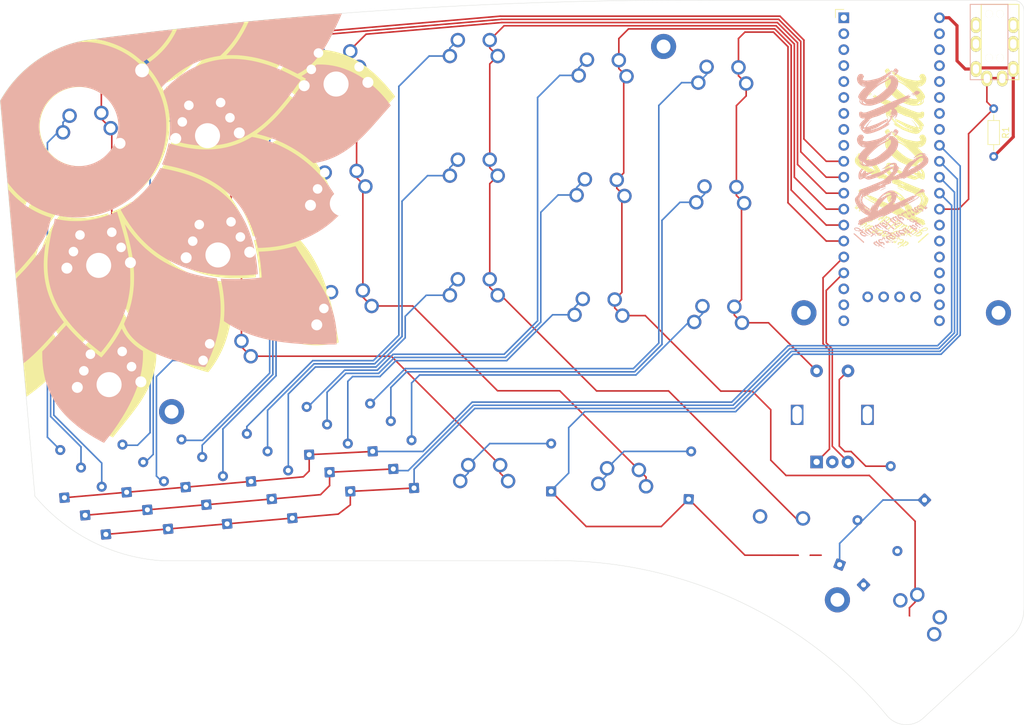
<source format=kicad_pcb>
(kicad_pcb (version 20220427) (generator pcbnew)
  (layers (0 "F.Cu" signal) (31 "B.Cu" signal) (34 "B.Paste" user) (35 "F.Paste" user) (36 "B.SilkS" user "B.Silkscreen") (37 "F.SilkS" user "F.Silkscreen") (38 "B.Mask" user) (39 "F.Mask" user) (44 "Edge.Cuts" user))
  (net 0 "")
  (net 1 "row0")
  (net 2 "Net-(D1-A)")
  (net 3 "row1")
  (net 4 "Net-(D2-A)")
  (net 5 "row2")
  (net 6 "Net-(D3-A)")
  (net 7 "row3")
  (net 8 "Net-(D4-A)")
  (net 9 "Net-(D5-A)")
  (net 10 "Net-(D6-A)")
  (net 11 "Net-(D7-A)")
  (net 12 "Net-(D8-A)")
  (net 13 "Net-(D9-A)")
  (net 14 "Net-(D10-A)")
  (net 15 "Net-(D11-A)")
  (net 16 "Net-(D12-A)")
  (net 17 "Net-(D13-A)")
  (net 18 "Net-(D14-A)")
  (net 19 "Net-(D15-A)")
  (net 20 "Net-(D16-A)")
  (net 21 "Net-(D17-A)")
  (net 22 "Net-(D18-A)")
  (net 23 "Net-(D19-A)")
  (net 24 "Net-(D20-A)")
  (net 25 "Net-(D21-A)")
  (net 26 "Net-(D22-A)")
  (net 27 "col0")
  (net 28 "col1")
  (net 29 "col2")
  (net 30 "col3")
  (net 31 "col4")
  (net 32 "col5")
  (net 33 "GND")
  (net 34 "DATA")
  (net 35 "+5V")
  (net 36 "Net-(D23-A)")
  (net 61 "ROTA")
  (net 62 "ROTB")
  (footprint "marbastlib-mx:SW_MX_Reversible_1u_PadsOnBothLayers" (layer "F.Cu") (at 87.1474 108.585 5)
    (fp_text reference "SW6" hide)
    (fp_text value "SW_Push" hide)
  )
  (footprint "marbastlib-mx:SW_MX_Reversible_1u_PadsOnBothLayers" (layer "F.Cu") (at 104.299 62.373 3)
    (fp_text reference "SW8" hide)
    (fp_text value "SW_Push" hide)
  )
  (footprint "acheron_Components:D_THT_7.62mm_copy" (layer "F.Cu") (at 90.424 121.8692 95)
    (fp_text reference "D12")
    (fp_text value "D_Small")
  )
  (footprint "acheron_Components:D_THT_7.62mm_copy" (layer "F.Cu") (at 70.612 123.5964 95)
    (fp_text reference "D4")
    (fp_text value "D_Small")
  )
  (footprint "acheron_Components:D_THT_7.62mm_copy" (layer "F.Cu") (at 97.0026 127.7112 95)
    (fp_text reference "D14")
    (fp_text value "D_Small")
  )
  (footprint "acheron_Components:D_THT_7.62mm_copy" (layer "F.Cu") (at 77.216 129.4384 95)
    (fp_text reference "D6")
    (fp_text value "D_Small")
  )
  (footprint "used_footprints:M2_HOLE_PCB" (layer "F.Cu") (at 78.105 114.554)
    (fp_text reference "H3" hide)
    (fp_text value "Hole")
  )
  (footprint "marbastlib-mx:SW_MX_Reversible_1u_PadsOnBothLayers" (layer "F.Cu") (at 64.83 72.263 5)
    (fp_text reference "SW1" hide)
    (fp_text value "SW_Push" hide)
  )
  (footprint "used_footprints:M2_HOLE_PCB" (layer "F.Cu") (at 184.15 144.526)
    (fp_text reference "H5" hide)
    (fp_text value "Hole")
  )
  (footprint "logo:designRed" (layer "F.Cu") (at 192.285363 85.2 155.5)
    (fp_text reference "G***" hide)
    (fp_text value "LOGO" hide)
  )
  (footprint "used_footprints:M2_HOLE_PCB" (layer "F.Cu") (at 156.464 56.388)
    (fp_text reference "H2" hide)
    (fp_text value "Hole")
  )
  (footprint "acheron_Components:D_THT_7.62mm_copy" (layer "F.Cu") (at 195.326 125.9332 135)
    (fp_text reference "D23")
    (fp_text value "D_Small")
  )
  (footprint "acheron_Components:D_THT_7.62mm_copy" (layer "F.Cu") (at 80.01 122.7836 95)
    (fp_text reference "D8")
    (fp_text value "D_Small")
  )
  (footprint "acheron_Components:D_THT_7.62mm_copy" (layer "F.Cu") (at 185.928 135.382 68)
    (fp_text reference "D15")
    (fp_text value "D_Small")
  )
  (footprint "marbastlib-mx:SW_MX_Reversible_1u_PadsOnBothLayers" (layer "F.Cu") (at 126.238 98.552)
    (fp_text reference "SW14" hide)
    (fp_text value "SW_Push" hide)
  )
  (footprint "acheron_Components:D_THT_7.62mm_copy" (layer "F.Cu") (at 109.9274 117.0686 93)
    (fp_text reference "D20")
    (fp_text value "D_Small")
  )
  (footprint "acheron_Components:D_THT_7.62mm_copy" (layer "F.Cu") (at 93.726 124.6632 95)
    (fp_text reference "D13")
    (fp_text value "D_Small")
  )
  (footprint "marbastlib-mx:SW_MX_1.25u" (layer "F.Cu") (at 174.244 135.128 -24.5)
    (fp_text reference "SW15" hide)
    (fp_text value "SW_Push" hide)
  )
  (footprint "gerbers:khada" (layer "F.Cu") (at 192.786 72.39 90)
    (fp_text reference "G***" hide)
    (fp_text value "LOGO" hide)
  )
  (footprint "used_footprints:M2_HOLE_PCB" (layer "F.Cu") (at 209.804 98.806)
    (fp_text reference "H5" hide)
    (fp_text value "Hole")
  )
  (footprint "acheron_Components:D_THT_7.62mm_copy" (layer "F.Cu") (at 116.52 122.91 93)
    (fp_text reference "D22")
    (fp_text value "D_Small")
  )
  (footprint "marbastlib-mx:SW_MX_Reversible_1u_PadsOnBothLayers" (layer "F.Cu") (at 105.299 81.415 3)
    (fp_text reference "SW9" hide)
    (fp_text value "SW_Push" hide)
  )
  (footprint "acheron_Components:D_THT_7.62mm_copy" (layer "F.Cu") (at 138.557 123.444 90)
    (fp_text reference "D7")
    (fp_text value "D_Small")
  )
  (footprint "marbastlib-mx:SW_MX_Reversible_1u_PadsOnBothLayers" (layer "F.Cu") (at 146.05 101.727 -1)
    (fp_text reference "SW18" hide)
    (fp_text value "SW_Push" hide)
  )
  (footprint "marbastlib-mx:SW_MX_Reversible_1u_PadsOnBothLayers" (layer "F.Cu") (at 85.4874 89.593 5)
    (fp_text reference "SW5" hide)
    (fp_text value "SW_Push" hide)
  )
  (footprint "marbastlib-mx:SW_MX_Reversible_1u_PadsOnBothLayers" (layer "F.Cu") (at 149.733 128.778 -3)
    (fp_text reference "SW11" hide)
    (fp_text value "SW_Push" hide)
  )
  (footprint "marbastlib-mx:SW_MX_Reversible_1u_PadsOnBothLayers" (layer "F.Cu") (at 165.105 102.87 -1)
    (fp_text reference "SW22" hide)
    (fp_text value "SW_Push" hide)
  )
  (footprint "acheron_Components:D_THT_7.62mm_copy" (layer "F.Cu") (at 64.008 127.254 95)
    (fp_text reference "D2")
    (fp_text value "D_Small")
  )
  (footprint "marbastlib-mx:SW_MX_Reversible_1u_PadsOnBothLayers" (layer "F.Cu") (at 126.238 60.452)
    (fp_text reference "SW12" hide)
    (fp_text value "SW_Push" hide)
  )
  (footprint "Resistor_THT:R_Axial_DIN0204_L3.6mm_D1.6mm_P7.62mm_Horizontal" (layer "F.Cu") (at 209.042 66.294 -90)
    (fp_text reference "R1")
    (fp_text value "10k")
  )
  (footprint "marbastlib-mx:SW_MX_Reversible_1u_PadsOnBothLayers" (layer "F.Cu") (at 126.238 79.502)
    (fp_text reference "SW13" hide)
    (fp_text value "SW_Push" hide)
  )
  (footprint "marbastlib-mx:SW_MX_Reversible_1u_PadsOnBothLayers" (layer "F.Cu") (at 165.765 64.756 -1)
    (fp_text reference "SW20" hide)
    (fp_text value "SW_Push" hide)
  )
  (footprint "acheron_Components:D_THT_7.62mm_copy" (layer "F.Cu") (at 83.312 125.5776 95)
    (fp_text reference "D9")
    (fp_text value "D_Small")
  )
  (footprint "marbastlib-mx:SW_MX_Reversible_1u_PadsOnBothLayers" (layer "F.Cu") (at 106.299712 100.457 3)
    (fp_text reference "SW10" hide)
    (fp_text value "SW_Push" hide)
  )
  (footprint "acheron_Components:D_THT_7.62mm_copy" (layer "F.Cu") (at 160.655 124.686923 87)
    (fp_text reference "D11")
    (fp_text value "D_Small")
  )
  (footprint "acheron_Components:D_THT_7.62mm_copy" (layer "F.Cu") (at 73.914 126.3904 95)
    (fp_text reference "D5")
    (fp_text value "D_Small")
  )
  (footprint "acheron_Components:D_THT_7.62mm_copy" (layer "F.Cu") (at 60.706 124.46 95)
    (fp_text reference "D1")
    (fp_text value "D_Small")
  )
  (footprint "marbastlib-mx:SW_MX_Reversible_1u_PadsOnBothLayers" (layer "F.Cu") (at 66.49 91.255 5)
    (fp_text reference "SW2" hide)
    (fp_text value "SW_Push" hide)
  )
  (footprint "acheron_Components:D_THT_7.62mm_copy" (layer "F.Cu") (at 103.0694 120.396 93)
    (fp_text reference "D17")
    (fp_text value "D_Small")
  )
  (footprint "acheron_Components:D_THT_7.62mm_copy" (layer "F.Cu") (at 67.31 130.302 95)
    (fp_text reference "D3")
    (fp_text value "D_Small")
  )
  (footprint "acheron_Components:D_THT_7.62mm_copy" (layer "F.Cu") (at 99.822 117.596779 93)
    (fp_text reference "D16")
    (fp_text value "D_Small")
  )
  (footprint "used_footprints:M2_HOLE_PCB" (layer "F.Cu") (at 178.816 98.806)
    (fp_text reference "H5" hide)
    (fp_text value "Hole")
  )
  (footprint "logo:lotusFront" (layer "F.Cu") (at 82.2706 85.09)
    (fp_text reference "G***" hide)
    (fp_text value "LOGO" hide)
  )
  (footprint "blackpills:YAAJ_WeAct_BlackPill_SWD_2" (layer "F.Cu") (at 185.166 51.816)
    (fp_text reference "U1" hide)
    (fp_text value "YAAJ_WeAct_BlackPill_Part_Like_SWD_Breakout" hide)
  )
  (footprint "marbastlib-mx:SW_MX_Reversible_1u_PadsOnBothLayers" (layer "F.Cu") (at 127.889 128.143)
    (fp_text reference "SW7" hide)
    (fp_text value "SW_Push" hide)
  )
  (footprint "marbastlib-mx:SW_MX_Reversible_1u_PadsOnBothLayers" (layer "F.Cu") (at 195.072 149.098 -45)
    (fp_text reference "SW19" hide)
    (fp_text value "SW_Push" hide)
  )
  (footprint "marbastlib-mx:SW_MX_Reversible_1u_PadsOnBothLayers" (layer "F.Cu") (at 146.3802 82.67 -1)
    (fp_text reference "SW17" hide)
    (fp_text value "SW_Push" hide)
  )
  (footprint "acheron_Components:D_THT_7.62mm_copy" (layer "F.Cu") (at 86.614 128.6256 95)
    (fp_text reference "D10")
    (fp_text value "D_Small")
  )
  (footprint "used_footprints:M2_HOLE_PCB" (layer "F.Cu") (at 73.406 60.198)
    (fp_text reference "H1" hide)
    (fp_text value "Hole")
  )
  (footprint "marbastlib-mx:SW_MX_Reversible_1u_PadsOnBothLayers" (layer "F.Cu") (at 165.435 83.813 -1)
    (fp_text reference "SW21" hide)
    (fp_text value "SW_Push" hide)
  )
  (footprint "marbastlib-mx:SW_MX_Reversible_1u_PadsOnBothLayers" (layer "F.Cu") (at 146.7102 63.613 -1)
    (fp_text reference "SW16" hide)
    (fp_text value "SW_Push" hide)
  )
  (footprint "acheron_Components:D_THT_7.62mm_copy" (layer "F.Cu") (at 191.008 139.446 45)
    (fp_text reference "D19")
    (fp_text value "D_Small")
  )
  (footprint "marbastlib-mx:SW_MX_Reversible_1u_PadsOnBothLayers" (layer "F.Cu") (at 83.8274 70.601 5)
    (fp_text reference "SW4" hide)
    (fp_text value "SW_Push" hide)
  )
  (footprint "acheron_Components:D_THT_7.62mm_copy" (layer "F.Cu") (at 113.22 119.87 93)
    (fp_text reference "D21")
    (fp_text value "D_Small")
  )
  (footprint "marbastlib-mx:SW_MX_Reversible_1u_PadsOnBothLayers" (layer "F.Cu") (at 68.15 110.247 5)
    (fp_text reference "SW3" hide)
    (fp_text value "SW_Push" hide)
  )
  (footprint "kbd:MJ-4PP-9" (layer "F.Cu") (at 210.058 49.6824)
    (fp_text reference "J1")
    (fp_text value "MJ-4PP-9" hide)
  )
  (footprint "acheron_Components:D_THT_7.62mm_copy" (layer "F.Cu") (at 106.3714 123.444 93)
    (fp_text reference "D18")
    (fp_text value "D_Small")
  )
  (footprint "keebio:RotaryEncoder_Alps_EC11E-Switch_Vertical_H20mm" (layer "F.Cu") (at 183.3372 115.062 90)
    (fp_text reference "SW23" hide)
    (fp_text value "RotaryEncoder_Switch")
  )
  (footprint "logo:lotusBack" (layer "B.Cu") (at 81.93 85.31 180)
    (fp_text reference "G***" hide)
    (fp_text value "LOGO" hide)
  )
  (footprint "logo:designRed" (layer "B.Cu") (at 193.106 85.2 24.5)
    (fp_text reference "G***" hide)
    (fp_text value "LOGO" hide)
  )
  (footprint "gerbers:khada" (layer "B.Cu") (at 192.786 72.39 90)
    (fp_text reference "G***" hide)
    (fp_text value "LOGO" hide)
  )
  (gr_line (start 213.868 50.670148) (end 213.868 145.796) (stroke (width 0.05)) (layer "Edge.Cuts"))
  (gr_line (start 212.195 150.114) (end 197.866 163.322) (stroke (width 0.05)) (layer "Edge.Cuts"))
  (gr_arc (start 213.868 145.796) (mid 213.441629 148.113903) (end 212.195 150.114) (stroke (width 0.05)) (layer "Edge.Cuts"))
  (gr_line (start 137.668 138.303) (end 76.658211 138.303) (stroke (width 0.05)) (layer "Edge.Cuts"))
  (gr_arc (start 50.8 65.024) (mid 56.552913 58.655901) (end 64.482867 55.374967) (stroke (width 0.05)) (layer "Edge.Cuts"))
  (gr_arc (start 137.668 138.303) (mid 167.637384 144.364379) (end 191.972673 162.876482) (stroke (width 0.05)) (layer "Edge.Cuts"))
  (gr_line (start 56.338211 128.016) (end 50.8 65.024) (stroke (width 0.05)) (layer "Edge.Cuts"))
  (gr_arc (start 64.482867 55.374967) (mid 114.27152 50.483686) (end 164.2785 49.022) (stroke (width 0.05)) (layer "Edge.Cuts"))
  (gr_arc (start 76.658211 138.303) (mid 65.443605 135.242672) (end 56.338211 128.016) (stroke (width 0.05)) (layer "Edge.Cuts"))
  (gr_arc (start 197.866 163.322) (mid 194.821397 164.394653) (end 191.972673 162.876482) (stroke (width 0.05)) (layer "Edge.Cuts"))
  (gr_arc (start 212.195 49.022) (mid 213.376442 49.495916) (end 213.868 50.670148) (stroke (width 0.05)) (layer "Edge.Cuts"))
  (gr_line (start 164.2785 49.022) (end 212.195 49.022) (stroke (width 0.05)) (layer "Edge.Cuts"))
  (segment (start 100.0214 123.9986) (end 100.0214 121.401558) (width 0.254) (layer "F.Cu") (net 1))
  (segment (start 100.0214 121.401558) (end 110.1268 120.893558) (width 0.254) (layer "F.Cu") (net 1))
  (segment (start 80.342063 126.579102) (end 90.756063 125.664702) (width 0.254) (layer "F.Cu") (net 1))
  (segment (start 99.09 124.93) (end 100.0214 123.9986) (width 0.254) (layer "F.Cu") (net 1))
  (segment (start 61.038063 128.255502) (end 70.944063 127.391902) (width 0.254) (layer "F.Cu") (net 1))
  (segment (start 90.756063 125.664702) (end 99.09 124.93) (width 0.254) (layer "F.Cu") (net 1))
  (segment (start 70.944063 127.391902) (end 80.342063 126.579102) (width 0.254) (layer "F.Cu") (net 1))
  (segment (start 202.34744 81.69744) (end 200.406 79.756) (width 0.254) (layer "B.Cu") (net 1))
  (segment (start 167.315574 113.03) (end 176.296134 104.04944) (width 0.254) (layer "B.Cu") (net 1))
  (segment (start 110.1268 120.893558) (end 118.120442 120.893558) (width 0.254) (layer "B.Cu") (net 1))
  (segment (start 176.296134 104.04944) (end 200.096438 104.04944) (width 0.254) (layer "B.Cu") (net 1))
  (segment (start 125.984 113.03) (end 167.315574 113.03) (width 0.254) (layer "B.Cu") (net 1))
  (segment (start 118.120442 120.893558) (end 125.984 113.03) (width 0.254) (layer "B.Cu") (net 1))
  (segment (start 202.34744 101.798438) (end 202.34744 81.69744) (width 0.254) (layer "B.Cu") (net 1))
  (segment (start 200.096438 104.04944) (end 202.34744 101.798438) (width 0.254) (layer "B.Cu") (net 1))
  (segment (start 60.813123 70.064729) (end 60.813123 68.467498) (width 0.254) (layer "B.Cu") (net 2))
  (segment (start 58.32681 71.72119) (end 59.983271 70.064729) (width 0.254) (layer "B.Cu") (net 2))
  (segment (start 60.813123 68.467498) (end 61.856914 67.423707) (width 0.254) (layer "B.Cu") (net 2))
  (segment (start 58.32681 118.617371) (end 58.32681 71.72119) (width 0.254) (layer "B.Cu") (net 2))
  (segment (start 60.373937 120.664498) (end 58.32681 118.617371) (width 0.254) (layer "B.Cu") (net 2))
  (segment (start 64.340063 131.049502) (end 74.246063 130.185902) (width 0.254) (layer "F.Cu") (net 3))
  (segment (start 74.246063 130.185902) (end 83.644063 129.373102) (width 0.254) (layer "F.Cu") (net 3))
  (segment (start 83.644063 129.373102) (end 94.058063 128.458702) (width 0.254) (layer "F.Cu") (net 3))
  (segment (start 94.058063 128.458702) (end 101.83 127.77) (width 0.254) (layer "F.Cu") (net 3))
  (segment (start 101.83 127.77) (end 103.2688 126.3312) (width 0.254) (layer "F.Cu") (net 3))
  (segment (start 103.2688 124.200779) (end 113.4194 123.674779) (width 0.254) (layer "F.Cu") (net 3))
  (segment (start 103.2688 126.3312) (end 103.2688 124.200779) (width 0.254) (layer "F.Cu") (net 3))
  (segment (start 202.80096 79.61096) (end 200.406 77.216) (width 0.254) (layer "B.Cu") (net 3))
  (segment (start 113.4288 123.941558) (end 115.790183 123.941558) (width 0.254) (layer "B.Cu") (net 3))
  (segment (start 167.525796 113.53752) (end 176.560356 104.50296) (width 0.254) (layer "B.Cu") (net 3))
  (segment (start 202.80096 101.986292) (end 202.80096 79.61096) (width 0.254) (layer "B.Cu") (net 3))
  (segment (start 115.790183 123.941558) (end 126.194222 113.53752) (width 0.254) (layer "B.Cu") (net 3))
  (segment (start 200.284292 104.50296) (end 202.80096 101.986292) (width 0.254) (layer "B.Cu") (net 3))
  (segment (start 126.194222 113.53752) (end 167.525796 113.53752) (width 0.254) (layer "B.Cu") (net 3))
  (segment (start 176.560356 104.50296) (end 200.284292 104.50296) (width 0.254) (layer "B.Cu") (net 3))
  (segment (start 63.675937 120.157607) (end 58.83433 115.316) (width 0.254) (layer "B.Cu") (net 4))
  (segment (start 62.473123 87.459498) (end 63.516914 86.415707) (width 0.254) (layer "B.Cu") (net 4))
  (segment (start 63.675937 123.712498) (end 63.675937 120.157607) (width 0.254) (layer "B.Cu") (net 4))
  (segment (start 60.803271 89.056729) (end 62.473123 89.056729) (width 0.254) (layer "B.Cu") (net 4))
  (segment (start 62.473123 89.056729) (end 62.473123 87.459498) (width 0.254) (layer "B.Cu") (net 4))
  (segment (start 58.83433 91.02567) (end 60.803271 89.056729) (width 0.254) (layer "B.Cu") (net 4))
  (segment (start 58.83433 115.316) (end 58.83433 91.02567) (width 0.254) (layer "B.Cu") (net 4))
  (segment (start 77.548063 133.233902) (end 86.946063 132.421102) (width 0.254) (layer "F.Cu") (net 5))
  (segment (start 106.5708 127.248779) (end 116.7194 126.714779) (width 0.254) (layer "F.Cu") (net 5))
  (segment (start 104.65 130.87) (end 106.5708 129.3952) (width 0.254) (layer "F.Cu") (net 5))
  (segment (start 106.5708 129.3952) (end 106.5708 127.248779) (width 0.254) (layer "F.Cu") (net 5))
  (segment (start 86.946063 132.421102) (end 97.334663 131.506702) (width 0.254) (layer "F.Cu") (net 5))
  (segment (start 67.642063 134.097502) (end 77.548063 133.233902) (width 0.254) (layer "F.Cu") (net 5))
  (segment (start 97.334663 131.506702) (end 104.65 130.87) (width 0.254) (layer "F.Cu") (net 5))
  (segment (start 116.7308 123.718683) (end 126.404444 114.04504) (width 0.254) (layer "B.Cu") (net 5))
  (segment (start 200.472146 104.95648) (end 203.25448 102.174146) (width 0.254) (layer "B.Cu") (net 5))
  (segment (start 126.404444 114.04504) (end 167.736018 114.04504) (width 0.254) (layer "B.Cu") (net 5))
  (segment (start 176.824578 104.95648) (end 200.472146 104.95648) (width 0.254) (layer "B.Cu") (net 5))
  (segment (start 116.7308 126.989558) (end 116.7308 123.718683) (width 0.254) (layer "B.Cu") (net 5))
  (segment (start 203.25448 102.174146) (end 203.25448 77.52448) (width 0.254) (layer "B.Cu") (net 5))
  (segment (start 167.736018 114.04504) (end 176.824578 104.95648) (width 0.254) (layer "B.Cu") (net 5))
  (segment (start 203.25448 77.52448) (end 200.406 74.676) (width 0.254) (layer "B.Cu") (net 5))
  (segment (start 64.133123 108.048729) (end 64.133123 106.451498) (width 0.254) (layer "B.Cu") (net 6))
  (segment (start 59.34185 110.83815) (end 62.142271 108.037729) (width 0.254) (layer "B.Cu") (net 6))
  (segment (start 62.142271 108.037729) (end 64.055123 108.037729) (width 0.254) (layer "B.Cu") (net 6))
  (segment (start 66.977937 122.741865) (end 59.34185 115.105778) (width 0.254) (layer "B.Cu") (net 6))
  (segment (start 59.34185 115.105778) (end 59.34185 110.83815) (width 0.254) (layer "B.Cu") (net 6))
  (segment (start 66.977937 126.760498) (end 66.977937 122.741865) (width 0.254) (layer "B.Cu") (net 6))
  (segment (start 64.133123 106.451498) (end 65.176914 105.407707) (width 0.254) (layer "B.Cu") (net 6))
  (segment (start 160.4556 128.491702) (end 160.495702 128.491702) (width 0.254) (layer "F.Cu") (net 7))
  (segment (start 138.557 127.254) (end 144.145 132.842) (width 0.254) (layer "F.Cu") (net 7))
  (segment (start 160.495702 128.491702) (end 169.418 137.414) (width 0.254) (layer "F.Cu") (net 7))
  (segment (start 144.145 132.842) (end 156.105302 132.842) (width 0.254) (layer "F.Cu") (net 7))
  (segment (start 156.105302 132.842) (end 160.4556 128.491702) (width 0.254) (layer "F.Cu") (net 7))
  (segment (start 169.418 137.414) (end 181.556319 137.414) (width 0.254) (layer "F.Cu") (net 7))
  (segment (start 184.503923 135.536077) (end 191.412723 128.627277) (width 0.254) (layer "B.Cu") (net 7))
  (segment (start 177.0888 105.41) (end 200.66 105.41) (width 0.254) (layer "B.Cu") (net 7))
  (segment (start 203.708 102.362) (end 203.708 75.438) (width 0.254) (layer "B.Cu") (net 7))
  (segment (start 200.66 105.41) (end 203.708 102.362) (width 0.254) (layer "B.Cu") (net 7))
  (segment (start 141.351 117.094) (end 143.89244 114.55256) (width 0.254) (layer "B.Cu") (net 7))
  (segment (start 141.351 124.333) (end 141.351 117.094) (width 0.254) (layer "B.Cu") (net 7))
  (segment (start 167.94624 114.55256) (end 177.0888 105.41) (width 0.254) (layer "B.Cu") (net 7))
  (segment (start 203.708 75.438) (end 200.406 72.136) (width 0.254) (layer "B.Cu") (net 7))
  (segment (start 138.557 127.127) (end 141.351 124.333) (width 0.254) (layer "B.Cu") (net 7))
  (segment (start 143.89244 114.55256) (end 167.94624 114.55256) (width 0.254) (layer "B.Cu") (net 7))
  (segment (start 138.557 127.254) (end 138.557 127.127) (width 0.254) (layer "B.Cu") (net 7))
  (segment (start 184.503923 138.711077) (end 184.503923 135.536077) (width 0.254) (layer "B.Cu") (net 7))
  (segment (start 191.412723 128.627277) (end 198.020077 128.627277) (width 0.254) (layer "B.Cu") (net 7))
  (segment (start 79.777723 68.261329) (end 77.026671 68.261329) (width 0.254) (layer "B.Cu") (net 8))
  (segment (start 74.676 117.9068) (end 72.680302 119.902498) (width 0.254) (layer "B.Cu") (net 8))
  (segment (start 79.810523 66.805498) (end 80.854314 65.761707) (width 0.254) (layer "B.Cu") (net 8))
  (segment (start 77.026671 68.261329) (end 74.676 70.612) (width 0.254) (layer "B.Cu") (net 8))
  (segment (start 72.680302 119.902498) (end 70.279937 119.902498) (width 0.254) (layer "B.Cu") (net 8))
  (segment (start 74.676 70.612) (end 74.676 117.9068) (width 0.254) (layer "B.Cu") (net 8))
  (segment (start 79.810523 68.402729) (end 79.810523 66.805498) (width 0.254) (layer "B.Cu") (net 8))
  (segment (start 75.184 90.17) (end 75.184 121.348435) (width 0.254) (layer "B.Cu") (net 9))
  (segment (start 75.184 121.348435) (end 73.581937 122.950498) (width 0.254) (layer "B.Cu") (net 9))
  (segment (start 81.470523 87.394729) (end 81.470523 85.797498) (width 0.254) (layer "B.Cu") (net 9))
  (segment (start 81.470523 85.797498) (end 82.514314 84.753707) (width 0.254) (layer "B.Cu") (net 9))
  (segment (start 78.017271 87.336729) (end 75.184 90.17) (width 0.254) (layer "B.Cu") (net 9))
  (segment (start 81.454123 87.336729) (end 78.017271 87.336729) (width 0.254) (layer "B.Cu") (net 9))
  (segment (start 75.692 124.806561) (end 76.883937 125.998498) (width 0.254) (layer "B.Cu") (net 10))
  (segment (start 78.271271 106.386729) (end 75.692 108.966) (width 0.254) (layer "B.Cu") (net 10))
  (segment (start 83.130523 104.789498) (end 84.174314 103.745707) (width 0.254) (layer "B.Cu") (net 10))
  (segment (start 83.130523 106.386729) (end 83.130523 104.789498) (width 0.254) (layer "B.Cu") (net 10))
  (segment (start 75.692 108.966) (end 75.692 124.806561) (width 0.254) (layer "B.Cu") (net 10))
  (segment (start 83.105123 106.386729) (end 78.271271 106.386729) (width 0.254) (layer "B.Cu") (net 10))
  (segment (start 125.349 123.063) (end 128.778 119.634) (width 0.254) (layer "B.Cu") (net 11))
  (segment (start 128.778 119.634) (end 138.557 119.634) (width 0.254) (layer "B.Cu") (net 11))
  (segment (start 124.079 125.603) (end 125.349 124.333) (width 0.254) (layer "B.Cu") (net 11))
  (segment (start 125.349 124.333) (end 125.349 123.063) (width 0.254) (layer "B.Cu") (net 11))
  (segment (start 93.726 108.419516) (end 93.726 64.008) (width 0.254) (layer "B.Cu") (net 12))
  (segment (start 97.698119 60.035881) (end 100.361288 60.035881) (width 0.254) (layer "B.Cu") (net 12))
  (segment (start 100.361288 58.568221) (end 101.496614 57.432895) (width 0.254) (layer "B.Cu") (net 12))
  (segment (start 79.692435 119.126) (end 83.019516 119.126) (width 0.254) (layer "B.Cu") (net 12))
  (segment (start 100.361288 60.035881) (end 100.361288 58.568221) (width 0.254) (layer "B.Cu") (net 12))
  (segment (start 93.726 64.008) (end 97.698119 60.035881) (width 0.254) (layer "B.Cu") (net 12))
  (segment (start 83.019516 119.126) (end 93.726 108.419516) (width 0.254) (layer "B.Cu") (net 12))
  (segment (start 82.979937 119.883321) (end 94.23352 108.629738) (width 0.254) (layer "B.Cu") (net 13))
  (segment (start 101.361288 79.077881) (end 101.361288 77.610221) (width 0.254) (layer "B.Cu") (net 13))
  (segment (start 98.214119 79.077881) (end 101.361288 79.077881) (width 0.254) (layer "B.Cu") (net 13))
  (segment (start 94.23352 108.629738) (end 94.23352 83.05848) (width 0.254) (layer "B.Cu") (net 13))
  (segment (start 101.361288 77.610221) (end 102.496614 76.474895) (width 0.254) (layer "B.Cu") (net 13))
  (segment (start 82.979937 122.188498) (end 82.979937 119.883321) (width 0.254) (layer "B.Cu") (net 13))
  (segment (start 94.23352 83.05848) (end 98.214119 79.077881) (width 0.254) (layer "B.Cu") (net 13))
  (segment (start 94.742 102.108) (end 98.730119 98.119881) (width 0.254) (layer "B.Cu") (net 14))
  (segment (start 86.281937 117.299063) (end 94.742 108.839) (width 0.254) (layer "B.Cu") (net 14))
  (segment (start 86.281937 125.236498) (end 86.281937 117.299063) (width 0.254) (layer "B.Cu") (net 14))
  (segment (start 98.730119 98.119881) (end 102.362 98.119881) (width 0.254) (layer "B.Cu") (net 14))
  (segment (start 94.742 108.839) (end 94.742 102.108) (width 0.254) (layer "B.Cu") (net 14))
  (segment (start 102.362 98.119881) (end 102.362 96.652221) (width 0.254) (layer "B.Cu") (net 14))
  (segment (start 102.362 96.652221) (end 103.497326 95.516895) (width 0.254) (layer "B.Cu") (net 14))
  (segment (start 147.462348 123.572029) (end 150.152233 120.882144) (width 0.254) (layer "B.Cu") (net 15))
  (segment (start 150.152233 120.882144) (end 160.8544 120.882144) (width 0.254) (layer "B.Cu") (net 15))
  (segment (start 146.061155 126.042081) (end 147.462348 124.640888) (width 0.254) (layer "B.Cu") (net 15))
  (segment (start 147.462348 124.640888) (end 147.462348 123.572029) (width 0.254) (layer "B.Cu") (net 15))
  (segment (start 100.584 106.426) (end 110.236 106.426) (width 0.254) (layer "B.Cu") (net 16))
  (segment (start 90.091937 116.918063) (end 100.584 106.426) (width 0.254) (layer "B.Cu") (net 16))
  (segment (start 114.3 102.362) (end 114.3 62.738) (width 0.254) (layer "B.Cu") (net 16))
  (segment (start 90.091937 118.378498) (end 90.091937 116.918063) (width 0.254) (layer "B.Cu") (net 16))
  (segment (start 119.126 57.912) (end 122.428 57.912) (width 0.254) (layer "B.Cu") (net 16))
  (segment (start 110.236 106.426) (end 114.3 102.362) (width 0.254) (layer "B.Cu") (net 16))
  (segment (start 123.698 55.372) (end 122.428 56.642) (width 0.254) (layer "B.Cu") (net 16))
  (segment (start 122.428 56.642) (end 122.428 57.912) (width 0.254) (layer "B.Cu") (net 16))
  (segment (start 114.3 62.738) (end 119.126 57.912) (width 0.254) (layer "B.Cu") (net 16))
  (segment (start 122.428 75.692) (end 122.428 76.962) (width 0.254) (layer "B.Cu") (net 17))
  (segment (start 110.445741 106.934) (end 114.80752 102.572221) (width 0.254) (layer "B.Cu") (net 17))
  (segment (start 114.80752 102.572221) (end 114.80752 81.02648) (width 0.254) (layer "B.Cu") (net 17))
  (segment (start 114.80752 81.02648) (end 118.872 76.962) (width 0.254) (layer "B.Cu") (net 17))
  (segment (start 93.393937 114.333805) (end 100.793742 106.934) (width 0.254) (layer "B.Cu") (net 17))
  (segment (start 118.872 76.962) (end 122.428 76.962) (width 0.254) (layer "B.Cu") (net 17))
  (segment (start 123.698 74.422) (end 122.428 75.692) (width 0.254) (layer "B.Cu") (net 17))
  (segment (start 93.393937 121.172498) (end 93.393937 114.333805) (width 0.254) (layer "B.Cu") (net 17))
  (segment (start 100.793742 106.934) (end 110.445741 106.934) (width 0.254) (layer "B.Cu") (net 17))
  (segment (start 115.31504 102.782442) (end 110.655962 107.44152) (width 0.254) (layer "B.Cu") (net 18))
  (segment (start 115.31504 99.36576) (end 115.31504 102.782442) (width 0.254) (layer "B.Cu") (net 18))
  (segment (start 122.428 96.012) (end 118.6688 96.012) (width 0.254) (layer "B.Cu") (net 18))
  (segment (start 122.428 94.742) (end 122.428 96.012) (width 0.254) (layer "B.Cu") (net 18))
  (segment (start 96.695937 111.749547) (end 96.695937 124.220498) (width 0.254) (layer "B.Cu") (net 18))
  (segment (start 118.6688 96.012) (end 115.31504 99.36576) (width 0.254) (layer "B.Cu") (net 18))
  (segment (start 101.003964 107.44152) (end 96.695937 111.749547) (width 0.254) (layer "B.Cu") (net 18))
  (segment (start 110.655962 107.44152) (end 101.003964 107.44152) (width 0.254) (layer "B.Cu") (net 18))
  (segment (start 123.698 93.472) (end 122.428 94.742) (width 0.254) (layer "B.Cu") (net 18))
  (segment (start 110.866183 107.94904) (end 113.405224 105.41) (width 0.254) (layer "B.Cu") (net 20))
  (segment (start 113.405224 105.41) (end 131.064 105.41) (width 0.254) (layer "B.Cu") (net 20))
  (segment (start 139.918507 60.995493) (end 142.945309 60.995493) (width 0.254) (layer "B.Cu") (net 20))
  (segment (start 144.259245 58.489445) (end 142.945109 59.803581) (width 0.254) (layer "B.Cu") (net 20))
  (segment (start 131.064 105.41) (end 136.398 100.076) (width 0.254) (layer "B.Cu") (net 20))
  (segment (start 142.945109 59.803581) (end 142.945109 61.006893) (width 0.254) (layer "B.Cu") (net 20))
  (segment (start 105.66496 107.94904) (end 110.866183 107.94904) (width 0.254) (layer "B.Cu") (net 20))
  (segment (start 99.822 113.792) (end 105.66496 107.94904) (width 0.254) (layer "B.Cu") (net 20))
  (segment (start 136.398 64.516) (end 139.918507 60.995493) (width 0.254) (layer "B.Cu") (net 20))
  (segment (start 136.398 100.076) (end 136.398 64.516) (width 0.254) (layer "B.Cu") (net 20))
  (segment (start 113.615446 105.91752) (end 131.274221 105.91752) (width 0.254) (layer "B.Cu") (net 21))
  (segment (start 102.87 116.84) (end 102.87 111.461742) (width 0.254) (layer "B.Cu") (net 21))
  (segment (start 136.90552 82.80448) (end 139.664507 80.045493) (width 0.254) (layer "B.Cu") (net 21))
  (segment (start 105.875182 108.45656) (end 111.076404 108.45656) (width 0.254) (layer "B.Cu") (net 21))
  (segment (start 111.076404 108.45656) (end 113.615446 105.91752) (width 0.254) (layer "B.Cu") (net 21))
  (segment (start 136.90552 100.286221) (end 136.90552 82.80448) (width 0.254) (layer "B.Cu") (net 21))
  (segment (start 131.274221 105.91752) (end 136.90552 100.286221) (width 0.254) (layer "B.Cu") (net 21))
  (segment (start 142.615109 78.860581) (end 142.615109 80.063893) (width 0.254) (layer "B.Cu") (net 21))
  (segment (start 102.87 111.461742) (end 105.875182 108.45656) (width 0.254) (layer "B.Cu") (net 21))
  (segment (start 139.664507 80.045493) (end 142.589709 80.045493) (width 0.254) (layer "B.Cu") (net 21))
  (segment (start 143.929245 77.546445) (end 142.615109 78.860581) (width 0.254) (layer "B.Cu") (net 21))
  (segment (start 113.825668 106.42504) (end 131.484442 106.42504) (width 0.254) (layer "B.Cu") (net 22))
  (segment (start 138.788589 99.120893) (end 142.284909 99.120893) (width 0.254) (layer "B.Cu") (net 22))
  (segment (start 142.284909 97.917581) (end 142.284909 99.120893) (width 0.254) (layer "B.Cu") (net 22))
  (segment (start 111.286625 108.96408) (end 113.825668 106.42504) (width 0.254) (layer "B.Cu") (net 22))
  (segment (start 131.484442 106.42504) (end 138.788589 99.120893) (width 0.254) (layer "B.Cu") (net 22))
  (segment (start 106.172 119.888) (end 106.172 109.72608) (width 0.254) (layer "B.Cu") (net 22))
  (segment (start 143.599045 96.603445) (end 142.284909 97.917581) (width 0.254) (layer "B.Cu") (net 22))
  (segment (start 106.172 109.72608) (end 106.934 108.96408) (width 0.254) (layer "B.Cu") (net 22))
  (segment (start 106.934 108.96408) (end 111.286625 108.96408) (width 0.254) (layer "B.Cu") (net 22))
  (segment (start 155.702 65.786) (end 159.338107 62.149893) (width 0.254) (layer "B.Cu") (net 24))
  (segment (start 161.999909 62.149893) (end 163.314045 60.835757) (width 0.254) (layer "B.Cu") (net 24))
  (segment (start 115.316 107.696) (end 151.638 107.696) (width 0.254) (layer "B.Cu") (net 24))
  (segment (start 163.314045 60.835757) (end 163.314045 59.632445) (width 0.254) (layer "B.Cu") (net 24))
  (segment (start 159.338107 62.149893) (end 161.999909 62.149893) (width 0.254) (layer "B.Cu") (net 24))
  (segment (start 151.638 107.696) (end 155.702 103.632) (width 0.254) (layer "B.Cu") (net 24))
  (segment (start 109.728 113.284) (end 115.316 107.696) (width 0.254) (layer "B.Cu") (net 24))
  (segment (start 155.702 103.632) (end 155.702 65.786) (width 0.254) (layer "B.Cu") (net 24))
  (segment (start 156.20952 103.842221) (end 156.20952 84.074) (width 0.254) (layer "B.Cu") (net 25))
  (segment (start 161.669909 81.206893) (end 162.984045 79.892757) (width 0.254) (layer "B.Cu") (net 25))
  (segment (start 115.525742 108.204) (end 116.078 108.204) (width 0.254) (layer "B.Cu") (net 25))
  (segment (start 151.848221 108.20352) (end 156.20952 103.842221) (width 0.254) (layer "B.Cu") (net 25))
  (segment (start 116.078 108.204) (end 116.07848 108.20352) (width 0.254) (layer "B.Cu") (net 25))
  (segment (start 159.076627 81.206893) (end 161.669909 81.206893) (width 0.254) (layer "B.Cu") (net 25))
  (segment (start 162.984045 79.892757) (end 162.984045 78.689445) (width 0.254) (layer "B.Cu") (net 25))
  (segment (start 156.20952 84.074) (end 159.076627 81.206893) (width 0.254) (layer "B.Cu") (net 25))
  (segment (start 113.03 110.699742) (end 115.525742 108.204) (width 0.254) (layer "B.Cu") (net 25))
  (segment (start 113.03 116.332) (end 113.03 110.699742) (width 0.254) (layer "B.Cu") (net 25))
  (segment (start 116.07848 108.20352) (end 151.848221 108.20352) (width 0.254) (layer "B.Cu") (net 25))
  (segment (start 152.058442 108.71104) (end 160.505589 100.263893) (width 0.254) (layer "B.Cu") (net 26))
  (segment (start 116.332 119.38) (end 116.332 109.982) (width 0.254) (layer "B.Cu") (net 26))
  (segment (start 161.339909 100.263893) (end 162.654045 98.949757) (width 0.254) (layer "B.Cu") (net 26))
  (segment (start 162.654045 98.949757) (end 162.654045 97.746445) (width 0.254) (layer "B.Cu") (net 26))
  (segment (start 116.332 109.982) (end 117.60296 108.71104) (width 0.254) (layer "B.Cu") (net 26))
  (segment (start 117.60296 108.71104) (end 152.058442 108.71104) (width 0.254) (layer "B.Cu") (net 26))
  (segment (start 160.505589 100.263893) (end 161.339909 100.263893) (width 0.254) (layer "B.Cu") (net 26))
  (segment (start 68.314583 56.896) (end 130.434775 51.562) (width 0.254) (layer "F.Cu") (net 27))
  (segment (start 70.237583 104.964955) (end 70.237583 88.566059) (width 0.254) (layer "F.Cu") (net 27))
  (segment (start 66.917583 67.914059) (end 66.917583 66.980955) (width 0.254) (layer "F.Cu") (net 27))
  (segment (start 178.816 71.12) (end 182.372 74.676) (width 0.254) (layer "F.Cu") (net 27))
  (segment (start 130.434775 51.562) (end 175.006 51.562) (width 0.254) (layer "F.Cu") (net 27))
  (segment (start 70.237583 88.566059) (end 70.064126 88.392602) (width 0.254) (layer "F.Cu") (net 27))
  (segment (start 68.577583 85.972955) (end 68.577583 69.574059) (width 0.254) (layer "F.Cu") (net 27))
  (segment (start 68.577583 86.906059) (end 68.577583 85.972955) (width 0.254) (layer "F.Cu") (net 27))
  (segment (start 70.064126 88.392602) (end 68.577583 86.906059) (width 0.254) (layer "F.Cu") (net 27))
  (segment (start 66.917583 58.293) (end 68.314583 56.896) (width 0.254) (layer "F.Cu") (net 27))
  (segment (start 68.404126 69.400602) (end 66.917583 67.914059) (width 0.254) (layer "F.Cu") (net 27))
  (segment (start 71.724126 107.384602) (end 70.237583 105.898059) (width 0.254) (layer "F.Cu") (net 27))
  (segment (start 70.237583 105.898059) (end 70.237583 104.964955) (width 0.254) (layer "F.Cu") (net 27))
  (segment (start 175.006 51.562) (end 178.816 55.372) (width 0.254) (layer "F.Cu") (net 27))
  (segment (start 178.816 55.372) (end 178.816 71.12) (width 0.254) (layer "F.Cu") (net 27))
  (segment (start 182.372 74.676) (end 185.166 74.676) (width 0.254) (layer "F.Cu") (net 27))
  (segment (start 68.577583 69.574059) (end 68.404126 69.400602) (width 0.254) (layer "F.Cu") (net 27))
  (segment (start 66.917583 66.980955) (end 66.917583 58.293) (width 0.254) (layer "F.Cu") (net 27))
  (segment (start 113.088602 105.722602) (end 130.429 123.063) (width 0.254) (layer "F.Cu") (net 28))
  (segment (start 89.234983 103.302955) (end 89.234983 86.904059) (width 0.254) (layer "F.Cu") (net 28))
  (segment (start 85.882183 65.177555) (end 85.882183 57.500817) (width 0.254) (layer "F.Cu") (net 28))
  (segment (start 87.574983 85.244059) (end 87.574983 84.310955) (width 0.254) (layer "F.Cu") (net 28))
  (segment (start 89.234983 86.904059) (end 89.061526 86.730602) (width 0.254) (layer "F.Cu") (net 28))
  (segment (start 130.429 124.333) (end 130.429 123.063) (width 0.254) (layer "F.Cu") (net 28))
  (segment (start 174.795777 52.06952) (end 130.644998 52.06952) (width 0.254) (layer "F.Cu") (net 28))
  (segment (start 182.372 77.216) (end 185.166 77.216) (width 0.254) (layer "F.Cu") (net 28))
  (segment (start 89.234983 104.236059) (end 89.234983 103.302955) (width 0.254) (layer "F.Cu") (net 28))
  (segment (start 89.061526 86.730602) (end 87.574983 85.244059) (width 0.254) (layer "F.Cu") (net 28))
  (segment (start 178.30848 55.582222) (end 174.795777 52.06952) (width 0.254) (layer "F.Cu") (net 28))
  (segment (start 87.401526 67.738602) (end 85.914983 66.252059) (width 0.254) (layer "F.Cu") (net 28))
  (segment (start 90.721526 105.722602) (end 113.088602 105.722602) (width 0.254) (layer "F.Cu") (net 28))
  (segment (start 131.699 125.603) (end 130.429 124.333) (width 0.254) (layer "F.Cu") (net 28))
  (segment (start 87.574983 84.310955) (end 87.574983 67.912059) (width 0.254) (layer "F.Cu") (net 28))
  (segment (start 87.574983 67.912059) (end 87.401526 67.738602) (width 0.254) (layer "F.Cu") (net 28))
  (segment (start 90.721526 105.722602) (end 89.234983 104.236059) (width 0.254) (layer "F.Cu") (net 28))
  (segment (start 178.30848 73.15248) (end 178.30848 55.582222) (width 0.254) (layer "F.Cu") (net 28))
  (segment (start 87.63 55.753) (end 130.644998 52.06952) (width 0.254) (layer "F.Cu") (net 28))
  (segment (start 182.372 77.216) (end 178.30848 73.15248) (width 0.254) (layer "F.Cu") (net 28))
  (segment (start 85.882183 57.500817) (end 87.63 55.753) (width 0.254) (layer "F.Cu") (net 28))
  (segment (start 85.914983 66.252059) (end 85.914983 65.318955) (width 0.254) (layer "F.Cu") (net 28))
  (segment (start 107.970845 59.637081) (end 106.569652 58.235888) (width 0.254) (layer "F.Cu") (net 29))
  (segment (start 108.570364 96.319888) (end 108.570364 95.251029) (width 0.254) (layer "F.Cu") (net 29))
  (segment (start 153.670712 126.440881) (end 153.670712 124.973221) (width 0.254) (layer "F.Cu") (net 29))
  (segment (start 109.971557 97.721081) (end 108.570364 96.319888) (width 0.254) (layer "F.Cu") (net 29))
  (segment (start 106.569652 56.940348) (end 109.08 54.43) (width 0.254) (layer "F.Cu") (net 29))
  (segment (start 108.570364 79.079562) (end 108.970845 78.679081) (width 0.254) (layer "F.Cu") (net 29))
  (segment (start 177.80096 75.18496) (end 177.80096 55.792444) (width 0.254) (layer "F.Cu") (net 29))
  (segment (start 174.585556 52.57704) (end 130.68396 52.57704) (width 0.254) (layer "F.Cu") (net 29))
  (segment (start 153.670712 124.973221) (end 152.535386 123.837895) (width 0.254) (layer "F.Cu") (net 29))
  (segment (start 106.569652 58.235888) (end 106.569652 57.167029) (width 0.254) (layer "F.Cu") (net 29))
  (segment (start 108.970845 78.679081) (end 107.569652 77.277888) (width 0.254) (layer "F.Cu") (net 29))
  (segment (start 106.569652 57.167029) (end 106.569652 56.940348) (width 0.254) (layer "F.Cu") (net 29))
  (segment (start 116.517081 97.721081) (end 109.971557 97.721081) (width 0.254) (layer "F.Cu") (net 29))
  (segment (start 109.08 54.43) (end 130.68396 52.57704) (width 0.254) (layer "F.Cu") (net 29))
  (segment (start 182.372 79.756) (end 185.166 79.756) (width 0.254) (layer "F.Cu") (net 29))
  (segment (start 107.569652 77.277888) (end 107.569652 76.209029) (width 0.254) (layer "F.Cu") (net 29))
  (segment (start 130.0226 111.2266) (end 116.517081 97.721081) (width 0.254) (layer "F.Cu") (net 29))
  (segment (start 108.570364 95.251029) (end 108.570364 79.079562) (width 0.254) (layer "F.Cu") (net 29))
  (segment (start 182.372 79.756) (end 177.80096 75.18496) (width 0.254) (layer "F.Cu") (net 29))
  (segment (start 152.535386 123.837895) (end 139.924091 111.2266) (width 0.254) (layer "F.Cu") (net 29))
  (segment (start 139.924091 111.2266) (end 130.0226 111.2266) (width 0.254) (layer "F.Cu") (net 29))
  (segment (start 177.80096 55.792444) (end 174.585556 52.57704) (width 0.254) (layer "F.Cu") (net 29))
  (segment (start 107.569652 76.209029) (end 107.569652 60.038274) (width 0.254) (layer "F.Cu") (net 29))
  (segment (start 107.569652 60.038274) (end 107.970845 59.637081) (width 0.254) (layer "F.Cu") (net 29))
  (segment (start 174.375334 53.08456) (end 177.29344 56.002666) (width 0.254) (layer "F.Cu") (net 30))
  (segment (start 128.778 74.422) (end 128.778 59.182) (width 0.254) (layer "F.Cu") (net 30))
  (segment (start 131.06544 53.08456) (end 174.375334 53.08456) (width 0.254) (layer "F.Cu") (net 30))
  (segment (start 128.778 78.232) (end 130.048 76.962) (width 0.254) (layer "F.Cu") (net 30))
  (segment (start 128.778 56.642) (end 128.778 55.372) (width 0.254) (layer "F.Cu") (net 30))
  (segment (start 145.796 111.252) (end 130.556 96.012) (width 0.254) (layer "F.Cu") (net 30))
  (segment (start 178.661943 131.558718) (end 177.565499 131.558718) (width 0.254) (layer "F.Cu") (net 30))
  (segment (start 177.565499 131.558718) (end 157.258781 111.252) (width 0.254) (layer "F.Cu") (net 30))
  (segment (start 130.048 57.912) (end 128.778 56.642) (width 0.254) (layer "F.Cu") (net 30))
  (segment (start 130.048 96.012) (end 128.778 94.742) (width 0.254) (layer "F.Cu") (net 30))
  (segment (start 128.778 94.742) (end 128.778 93.472) (width 0.254) (layer "F.Cu") (net 30))
  (segment (start 128.778 59.182) (end 130.048 57.912) (width 0.254) (layer "F.Cu") (net 30))
  (segment (start 128.778 55.372) (end 131.06544 53.08456) (width 0.254) (layer "F.Cu") (net 30))
  (segment (start 128.778 75.692) (end 128.778 74.422) (width 0.254) (layer "F.Cu") (net 30))
  (segment (start 128.778 93.472) (end 128.778 78.232) (width 0.254) (layer "F.Cu") (net 30))
  (segment (start 157.258781 111.252) (end 145.796 111.252) (width 0.254) (layer "F.Cu") (net 30))
  (segment (start 130.556 96.012) (end 130.048 96.012) (width 0.254) (layer "F.Cu") (net 30))
  (segment (start 177.29344 77.21744) (end 182.372 82.296) (width 0.254) (layer "F.Cu") (net 30))
  (segment (start 177.29344 56.002666) (end 177.29344 77.21744) (width 0.254) (layer "F.Cu") (net 30))
  (segment (start 130.048 76.962) (end 128.778 75.692) (width 0.254) (layer "F.Cu") (net 30))
  (segment (start 182.372 82.296) (end 185.166 82.296) (width 0.254) (layer "F.Cu") (net 30))
  (segment (start 149.903749 99.253881) (end 153.547433 99.253881) (width 0.254) (layer "F.Cu") (net 31))
  (segment (start 189.23 124.714) (end 196.523154 132.007154) (width 0.254) (layer "F.Cu") (net 31))
  (segment (start 176.78592 56.212888) (end 176.78592 79.24992) (width 0.254) (layer "F.Cu") (net 31))
  (segment (start 150.563949 61.139881) (end 149.338471 59.914403) (width 0.254) (layer "F.Cu") (net 31))
  (segment (start 148.678271 98.028403) (end 148.678271 96.692103) (width 0.254) (layer "F.Cu") (net 31))
  (segment (start 149.338471 58.578103) (end 149.338471 55.131529) (width 0.254) (layer "F.Cu") (net 31))
  (segment (start 195.625128 147.583026) (end 195.625128 145.786975) (width 0.254) (layer "F.Cu") (net 31))
  (segment (start 196.523154 132.007154) (end 196.523154 144.888949) (width 0.254) (layer "F.Cu") (net 31))
  (segment (start 149.008471 78.971403) (end 149.008471 77.635103) (width 0.254) (layer "F.Cu") (net 31))
  (segment (start 175.9712 124.714) (end 189.23 124.714) (width 0.254) (layer "F.Cu") (net 31))
  (segment (start 153.547433 99.253881) (end 165.570952 111.2774) (width 0.254) (layer "F.Cu") (net 31))
  (segment (start 173.5328 122.2756) (end 175.9712 124.714) (width 0.254) (layer "F.Cu") (net 31))
  (segment (start 148.678271 96.692103) (end 149.821271 95.549103) (width 0.254) (layer "F.Cu") (net 31))
  (segment (start 165.570952 111.2774) (end 170.561 111.2774) (width 0.254) (layer "F.Cu") (net 31))
  (segment (start 150.87792 53.59208) (end 174.165112 53.59208) (width 0.254) (layer "F.Cu") (net 31))
  (segment (start 195.625128 145.786975) (end 196.523154 144.888949) (width 0.254) (layer "F.Cu") (net 31))
  (segment (start 149.903749 99.253881) (end 148.678271 98.028403) (width 0.254) (layer "F.Cu") (net 31))
  (segment (start 150.114 76.529574) (end 150.114 61.58983) (width 0.254) (layer "F.Cu") (net 31))
  (segment (start 173.5328 114.2492) (end 173.5328 122.2756) (width 0.254) (layer "F.Cu") (net 31))
  (segment (start 176.78592 79.24992) (end 182.372 84.836) (width 0.254) (layer "F.Cu") (net 31))
  (segment (start 150.233949 80.196881) (end 149.008471 78.971403) (width 0.254) (layer "F.Cu") (net 31))
  (segment (start 149.821271 95.549103) (end 149.821271 80.609559) (width 0.254) (layer "F.Cu") (net 31))
  (segment (start 170.561 111.2774) (end 173.5328 114.2492) (width 0.254) (layer "F.Cu") (net 31))
  (segment (start 149.338471 59.914403) (end 149.338471 58.578103) (width 0.254) (layer "F.Cu") (net 31))
  (segment (start 182.372 84.836) (end 185.166 84.836) (width 0.254) (layer "F.Cu") (net 31))
  (segment (start 149.821271 80.609559) (end 150.233949 80.196881) (width 0.254) (layer "F.Cu") (net 31))
  (segment (start 150.114 61.58983) (end 150.563949 61.139881) (width 0.254) (layer "F.Cu") (net 31))
  (segment (start 149.338471 55.131529) (end 150.87792 53.59208) (width 0.254) (layer "F.Cu") (net 31))
  (segment (start 149.008471 77.635103) (end 150.114 76.529574) (width 0.254) (layer "F.Cu") (net 31))
  (segment (start 174.165112 53.59208) (end 176.78592 56.212888) (width 0.254) (layer "F.Cu") (net 31))
  (segment (start 173.95489 54.0996) (end 176.2784 56.42311) (width 0.254) (layer "F.Cu") (net 32))
  (segment (start 167.733271 97.835103) (end 168.876271 96.692103) (width 0.254) (layer "F.Cu") (net 32))
  (segment (start 168.393271 59.721103) (end 168.393271 55.126729) (width 0.254) (layer "F.Cu") (net 32))
  (segment (start 169.4204 54.0996) (end 173.95489 54.0996) (width 0.254) (layer "F.Cu") (net 32))
  (segment (start 169.618749 62.282881) (end 168.393271 61.057403) (width 0.254) (layer "F.Cu") (net 32))
  (segment (start 176.2784 81.2824) (end 182.372 87.376) (width 0.254) (layer "F.Cu") (net 32))
  (segment (start 167.779071 98.343103) (end 168.083871 98.038303) (width 0.254) (layer "F.Cu") (net 32))
  (segment (start 168.393271 55.126729) (end 169.4204 54.0996) (width 0.254) (layer "F.Cu") (net 32))
  (segment (start 168.876271 96.692103) (end 168.876271 81.752359) (width 0.254) (layer "F.Cu") (net 32))
  (segment (start 173.172081 100.396881) (end 168.958749 100.396881) (width 0.254) (layer "F.Cu") (net 32))
  (segment (start 167.733271 99.171403) (end 167.733271 97.835103) (width 0.254) (layer "F.Cu") (net 32))
  (segment (start 168.083871 79.293103) (end 168.388671 78.988303) (width 0.254) (layer "F.Cu") (net 32))
  (segment (start 169.288749 81.339881) (end 168.063271 80.114403) (width 0.254) (layer "F.Cu") (net 32))
  (segment (start 180.8372 108.062) (end 173.172081 100.396881) (width 0.254) (layer "F.Cu") (net 32))
  (segment (start 182.372 87.376) (end 185.166 87.376) (width 0.254) (layer "F.Cu") (net 32))
  (segment (start 168.063271 80.114403) (end 168.063271 78.778103) (width 0.254) (layer "F.Cu") (net 32))
  (segment (start 169.618749 64.26019) (end 169.618749 62.282881) (width 0.254) (layer "F.Cu") (net 32))
  (segment (start 168.063271 65.815668) (end 169.618749 64.26019) (width 0.254) (layer "F.Cu") (net 32))
  (segment (start 168.393271 61.057403) (end 168.393271 59.721103) (width 0.254) (layer "F.Cu") (net 32))
  (segment (start 176.2784 56.42311) (end 176.2784 81.2824) (width 0.254) (layer "F.Cu") (net 32))
  (segment (start 168.063271 78.778103) (end 168.063271 65.815668) (width 0.254) (layer "F.Cu") (net 32))
  (segment (start 168.958749 100.396881) (end 167.733271 99.171403) (width 0.254) (layer "F.Cu") (net 32))
  (segment (start 168.876271 81.752359) (end 169.288749 81.339881) (width 0.254) (layer "F.Cu") (net 32))
  (segment (start 205.0415 70.2945) (end 209.042 66.294) (width 0.254) (layer "F.Cu") (net 34))
  (segment (start 200.406 82.296) (end 203.454 82.296) (width 0.254) (layer "F.Cu") (net 34))
  (segment (start 205.0415 80.7085) (end 205.0415 70.2945) (width 0.254) (layer "F.Cu") (net 34))
  (segment (start 209.042 66.294) (end 207.958 65.21) (width 0.254) (layer "F.Cu") (net 34))
  (segment (start 203.454 82.296) (end 205.0415 80.7085) (width 0.254) (layer "F.Cu") (net 34))
  (segment (start 207.958 65.21) (end 207.958 61.4824) (width 0.254) (layer "F.Cu") (net 34))
  (segment (start 207.958 61.4824) (end 210.408 61.4824) (width 0.5) (layer "F.Cu") (net 34))
  (segment (start 212.158 70.798) (end 212.158 59.9824) (width 0.5) (layer "F.Cu") (net 35))
  (segment (start 206.208 59.9824) (end 206.38752 59.80288) (width 0.5) (layer "F.Cu") (net 35))
  (segment (start 200.406 51.816) (end 201.93 51.816) (width 0.5) (layer "F.Cu") (net 35))
  (segment (start 204.5084 59.9824) (end 206.208 59.9824) (width 0.5) (layer "F.Cu") (net 35))
  (segment (start 203.2 53.086) (end 203.2 58.674) (width 0.5) (layer "F.Cu") (net 35))
  (segment (start 211.97848 59.80288) (end 212.158 59.9824) (width 0.5) (layer "F.Cu") (net 35))
  (segment (start 203.2 58.674) (end 204.5084 59.9824) (width 0.5) (layer "F.Cu") (net 35))
  (segment (start 201.93 51.816) (end 203.2 53.086) (width 0.5) (layer "F.Cu") (net 35))
  (segment (start 206.38752 59.80288) (end 211.97848 59.80288) (width 0.5) (layer "F.Cu") (net 35))
  (segment (start 209.042 73.914) (end 212.158 70.798) (width 0.5) (layer "F.Cu") (net 35))
  (segment (start 184.45432 120.03992) (end 184.45432 109.44488) (width 0.254) (layer "F.Cu") (net 36))
  (segment (start 185.3184 120.904) (end 184.45432 120.03992) (width 0.254) (layer "F.Cu") (net 36))
  (segment (start 184.45432 109.44488) (end 185.8372 108.062) (width 0.254) (layer "F.Cu") (net 36))
  (segment (start 186.3344 120.904) (end 185.3184 120.904) (width 0.254) (layer "F.Cu") (net 36))
  (segment (start 192.631923 123.239123) (end 188.669523 123.239123) (width 0.254) (layer "F.Cu") (net 36))
  (segment (start 188.669523 123.239123) (end 186.3344 120.904) (width 0.254) (layer "F.Cu") (net 36))
  (segment (start 180.8372 122.562) (end 182.88 120.5192) (width 0.254) (layer "F.Cu") (net 61))
  (segment (start 182.88 120.5192) (end 182.88 104.7496) (width 0.254) (layer "F.Cu") (net 61))
  (segment (start 181.864 93.218) (end 185.166 89.916) (width 0.254) (layer "F.Cu") (net 61))
  (segment (start 181.864 103.7336) (end 181.864 93.218) (width 0.254) (layer "F.Cu") (net 61))
  (segment (start 182.88 104.7496) (end 181.864 103.7336) (width 0.254) (layer "F.Cu") (net 61))
  (segment (start 182.372 95.25) (end 182.372 103.600226) (width 0.254) (layer "F.Cu") (net 62))
  (segment (start 183.33352 104.561746) (end 183.33352 120.05832) (width 0.254) (layer "F.Cu") (net 62))
  (segment (start 185.166 92.456) (end 182.372 95.25) (width 0.254) (layer "F.Cu") (net 62))
  (segment (start 182.372 103.600226) (end 183.33352 104.561746) (width 0.254) (layer "F.Cu") (net 62))
  (segment (start 183.33352 120.05832) (end 185.8372 122.562) (width 0.254) (layer "F.Cu") (net 62))
)
</source>
